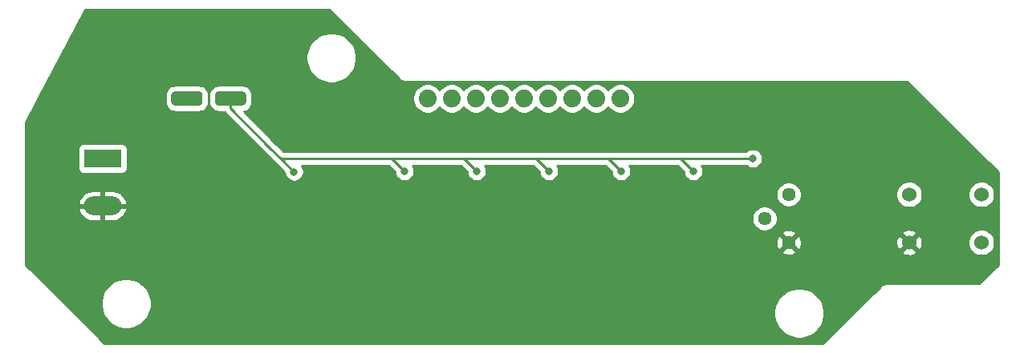
<source format=gbr>
%TF.GenerationSoftware,KiCad,Pcbnew,5.1.10*%
%TF.CreationDate,2021-08-10T02:55:14-04:00*%
%TF.ProjectId,KSG Display Board,4b534720-4469-4737-906c-617920426f61,rev?*%
%TF.SameCoordinates,Original*%
%TF.FileFunction,Copper,L2,Bot*%
%TF.FilePolarity,Positive*%
%FSLAX46Y46*%
G04 Gerber Fmt 4.6, Leading zero omitted, Abs format (unit mm)*
G04 Created by KiCad (PCBNEW 5.1.10) date 2021-08-10 02:55:14*
%MOMM*%
%LPD*%
G01*
G04 APERTURE LIST*
%TA.AperFunction,ComponentPad*%
%ADD10O,3.960000X1.980000*%
%TD*%
%TA.AperFunction,ComponentPad*%
%ADD11R,3.960000X1.980000*%
%TD*%
%TA.AperFunction,ComponentPad*%
%ADD12C,1.524000*%
%TD*%
%TA.AperFunction,ComponentPad*%
%ADD13C,1.440000*%
%TD*%
%TA.AperFunction,ComponentPad*%
%ADD14C,1.879600*%
%TD*%
%TA.AperFunction,ViaPad*%
%ADD15C,0.800000*%
%TD*%
%TA.AperFunction,Conductor*%
%ADD16C,0.250000*%
%TD*%
%TA.AperFunction,Conductor*%
%ADD17C,0.254000*%
%TD*%
%TA.AperFunction,Conductor*%
%ADD18C,0.100000*%
%TD*%
G04 APERTURE END LIST*
%TO.P,S1,3*%
%TO.N,5V*%
%TA.AperFunction,ComponentPad*%
G36*
G01*
X107061000Y-113919000D02*
X107061000Y-114681000D01*
G75*
G02*
X106680000Y-115062000I-381000J0D01*
G01*
X104140000Y-115062000D01*
G75*
G02*
X103759000Y-114681000I0J381000D01*
G01*
X103759000Y-113919000D01*
G75*
G02*
X104140000Y-113538000I381000J0D01*
G01*
X106680000Y-113538000D01*
G75*
G02*
X107061000Y-113919000I0J-381000D01*
G01*
G37*
%TD.AperFunction*%
%TO.P,S1,1*%
%TA.AperFunction,ComponentPad*%
G36*
G01*
X111661000Y-113919000D02*
X111661000Y-114681000D01*
G75*
G02*
X111280000Y-115062000I-381000J0D01*
G01*
X108740000Y-115062000D01*
G75*
G02*
X108359000Y-114681000I0J381000D01*
G01*
X108359000Y-113919000D01*
G75*
G02*
X108740000Y-113538000I381000J0D01*
G01*
X111280000Y-113538000D01*
G75*
G02*
X111661000Y-113919000I0J-381000D01*
G01*
G37*
%TD.AperFunction*%
%TD*%
D10*
%TO.P,J2,2*%
%TO.N,GND*%
X96520000Y-125650000D03*
D11*
%TO.P,J2,1*%
%TO.N,5V*%
X96520000Y-120650000D03*
%TD*%
D12*
%TO.P,SW1,4*%
%TO.N,Net-(SW1-Pad4)*%
X189230000Y-129540000D03*
%TO.P,SW1,3*%
%TO.N,GND*%
X181610000Y-129540000D03*
%TO.P,SW1,2*%
%TO.N,Net-(SW1-Pad2)*%
X189230000Y-124460000D03*
%TO.P,SW1,1*%
%TO.N,Net-(R3-Pad2)*%
X181610000Y-124460000D03*
%TD*%
D13*
%TO.P,VR1,1*%
%TO.N,5V*%
X168910000Y-124460000D03*
%TO.P,VR1,2*%
%TO.N,Net-(J1-Pad8)*%
X166370000Y-127000000D03*
%TO.P,VR1,3*%
%TO.N,GND*%
X168910000Y-129540000D03*
%TD*%
D14*
%TO.P,J1,9*%
%TO.N,Net-(J1-Pad9)*%
X151130000Y-114300000D03*
%TO.P,J1,8*%
%TO.N,Net-(J1-Pad8)*%
X148590000Y-114300000D03*
%TO.P,J1,7*%
%TO.N,Net-(J1-Pad7)*%
X146050000Y-114300000D03*
%TO.P,J1,6*%
%TO.N,Net-(J1-Pad6)*%
X143510000Y-114300000D03*
%TO.P,J1,5*%
%TO.N,Net-(J1-Pad5)*%
X140970000Y-114300000D03*
%TO.P,J1,4*%
%TO.N,Net-(J1-Pad4)*%
X138430000Y-114300000D03*
%TO.P,J1,3*%
%TO.N,Net-(J1-Pad3)*%
X135890000Y-114300000D03*
%TO.P,J1,2*%
%TO.N,Net-(J1-Pad2)*%
X133350000Y-114300000D03*
%TO.P,J1,1*%
%TO.N,Net-(J1-Pad1)*%
X130810000Y-114300000D03*
%TD*%
D15*
%TO.N,5V*%
X158830000Y-122000000D03*
X151210000Y-122000000D03*
X143590000Y-122000000D03*
X135970000Y-122000000D03*
X128350000Y-122000000D03*
X165100000Y-120650000D03*
X116707500Y-122052500D03*
%TO.N,GND*%
X121790460Y-138559540D03*
X163700460Y-138559540D03*
X114432500Y-126867500D03*
X106812500Y-126867500D03*
%TD*%
D16*
%TO.N,5V*%
X158830000Y-122000000D02*
X157480000Y-120650000D01*
X127000000Y-120650000D02*
X128350000Y-122000000D01*
X135970000Y-122000000D02*
X134620000Y-120650000D01*
X134620000Y-120650000D02*
X127000000Y-120650000D01*
X157480000Y-120650000D02*
X134620000Y-120650000D01*
X143590000Y-122000000D02*
X142240000Y-120650000D01*
X151210000Y-122000000D02*
X149860000Y-120650000D01*
X157480000Y-120650000D02*
X165100000Y-120650000D01*
X116707500Y-122052500D02*
X115570000Y-120915000D01*
X110010000Y-114300000D02*
X110010000Y-115355000D01*
X127000000Y-120650000D02*
X115305000Y-120650000D01*
X114167500Y-119512500D02*
X115570000Y-120915000D01*
X115305000Y-120650000D02*
X114167500Y-119512500D01*
X110010000Y-115355000D02*
X114167500Y-119512500D01*
%TD*%
D17*
%TO.N,GND*%
X127761840Y-112220576D02*
X127783289Y-112246711D01*
X127887593Y-112332312D01*
X128006594Y-112395919D01*
X128096547Y-112423206D01*
X128128203Y-112432809D01*
X128180197Y-112484803D01*
X128199443Y-112500597D01*
X128221399Y-112512333D01*
X128245224Y-112519560D01*
X128270000Y-112522000D01*
X181403264Y-112522000D01*
X191008000Y-122126736D01*
X191008000Y-131873264D01*
X189023264Y-133858000D01*
X179070000Y-133858000D01*
X179045224Y-133860440D01*
X179021399Y-133867667D01*
X178999443Y-133879403D01*
X178980197Y-133895197D01*
X178928203Y-133947191D01*
X178896547Y-133956794D01*
X178806594Y-133984081D01*
X178687593Y-134047688D01*
X178651237Y-134077525D01*
X178609423Y-134111840D01*
X178609417Y-134111846D01*
X178583289Y-134133289D01*
X178561846Y-134159417D01*
X172513264Y-140208000D01*
X96726736Y-140208000D01*
X92256050Y-135737314D01*
X96332905Y-135737314D01*
X96332905Y-136262686D01*
X96435400Y-136777963D01*
X96636451Y-137263343D01*
X96928332Y-137700174D01*
X97299826Y-138071668D01*
X97736657Y-138363549D01*
X98222037Y-138564600D01*
X98737314Y-138667095D01*
X99262686Y-138667095D01*
X99777963Y-138564600D01*
X100263343Y-138363549D01*
X100700174Y-138071668D01*
X101071668Y-137700174D01*
X101363549Y-137263343D01*
X101564600Y-136777963D01*
X101572685Y-136737314D01*
X167332905Y-136737314D01*
X167332905Y-137262686D01*
X167435400Y-137777963D01*
X167636451Y-138263343D01*
X167928332Y-138700174D01*
X168299826Y-139071668D01*
X168736657Y-139363549D01*
X169222037Y-139564600D01*
X169737314Y-139667095D01*
X170262686Y-139667095D01*
X170777963Y-139564600D01*
X171263343Y-139363549D01*
X171700174Y-139071668D01*
X172071668Y-138700174D01*
X172363549Y-138263343D01*
X172564600Y-137777963D01*
X172667095Y-137262686D01*
X172667095Y-136737314D01*
X172564600Y-136222037D01*
X172363549Y-135736657D01*
X172071668Y-135299826D01*
X171700174Y-134928332D01*
X171263343Y-134636451D01*
X170777963Y-134435400D01*
X170262686Y-134332905D01*
X169737314Y-134332905D01*
X169222037Y-134435400D01*
X168736657Y-134636451D01*
X168299826Y-134928332D01*
X167928332Y-135299826D01*
X167636451Y-135736657D01*
X167435400Y-136222037D01*
X167332905Y-136737314D01*
X101572685Y-136737314D01*
X101667095Y-136262686D01*
X101667095Y-135737314D01*
X101564600Y-135222037D01*
X101363549Y-134736657D01*
X101071668Y-134299826D01*
X100700174Y-133928332D01*
X100263343Y-133636451D01*
X99777963Y-133435400D01*
X99262686Y-133332905D01*
X98737314Y-133332905D01*
X98222037Y-133435400D01*
X97736657Y-133636451D01*
X97299826Y-133928332D01*
X96928332Y-134299826D01*
X96636451Y-134736657D01*
X96435400Y-135222037D01*
X96332905Y-135737314D01*
X92256050Y-135737314D01*
X88392000Y-131873264D01*
X88392000Y-130475560D01*
X168154045Y-130475560D01*
X168215932Y-130711368D01*
X168457790Y-130824266D01*
X168717027Y-130887811D01*
X168983680Y-130899561D01*
X169247501Y-130859063D01*
X169498353Y-130767875D01*
X169604068Y-130711368D01*
X169658080Y-130505565D01*
X180824040Y-130505565D01*
X180891020Y-130745656D01*
X181140048Y-130862756D01*
X181407135Y-130929023D01*
X181682017Y-130941910D01*
X181954133Y-130900922D01*
X182213023Y-130807636D01*
X182328980Y-130745656D01*
X182395960Y-130505565D01*
X181610000Y-129719605D01*
X180824040Y-130505565D01*
X169658080Y-130505565D01*
X169665955Y-130475560D01*
X168910000Y-129719605D01*
X168154045Y-130475560D01*
X88392000Y-130475560D01*
X88392000Y-129613680D01*
X167550439Y-129613680D01*
X167590937Y-129877501D01*
X167682125Y-130128353D01*
X167738632Y-130234068D01*
X167974440Y-130295955D01*
X168730395Y-129540000D01*
X169089605Y-129540000D01*
X169845560Y-130295955D01*
X170081368Y-130234068D01*
X170194266Y-129992210D01*
X170257811Y-129732973D01*
X170263140Y-129612017D01*
X180208090Y-129612017D01*
X180249078Y-129884133D01*
X180342364Y-130143023D01*
X180404344Y-130258980D01*
X180644435Y-130325960D01*
X181430395Y-129540000D01*
X181789605Y-129540000D01*
X182575565Y-130325960D01*
X182815656Y-130258980D01*
X182932756Y-130009952D01*
X182999023Y-129742865D01*
X183011910Y-129467983D01*
X183002033Y-129402408D01*
X187833000Y-129402408D01*
X187833000Y-129677592D01*
X187886686Y-129947490D01*
X187991995Y-130201727D01*
X188144880Y-130430535D01*
X188339465Y-130625120D01*
X188568273Y-130778005D01*
X188822510Y-130883314D01*
X189092408Y-130937000D01*
X189367592Y-130937000D01*
X189637490Y-130883314D01*
X189891727Y-130778005D01*
X190120535Y-130625120D01*
X190315120Y-130430535D01*
X190468005Y-130201727D01*
X190573314Y-129947490D01*
X190627000Y-129677592D01*
X190627000Y-129402408D01*
X190573314Y-129132510D01*
X190468005Y-128878273D01*
X190315120Y-128649465D01*
X190120535Y-128454880D01*
X189891727Y-128301995D01*
X189637490Y-128196686D01*
X189367592Y-128143000D01*
X189092408Y-128143000D01*
X188822510Y-128196686D01*
X188568273Y-128301995D01*
X188339465Y-128454880D01*
X188144880Y-128649465D01*
X187991995Y-128878273D01*
X187886686Y-129132510D01*
X187833000Y-129402408D01*
X183002033Y-129402408D01*
X182970922Y-129195867D01*
X182877636Y-128936977D01*
X182815656Y-128821020D01*
X182575565Y-128754040D01*
X181789605Y-129540000D01*
X181430395Y-129540000D01*
X180644435Y-128754040D01*
X180404344Y-128821020D01*
X180287244Y-129070048D01*
X180220977Y-129337135D01*
X180208090Y-129612017D01*
X170263140Y-129612017D01*
X170269561Y-129466320D01*
X170229063Y-129202499D01*
X170137875Y-128951647D01*
X170081368Y-128845932D01*
X169845560Y-128784045D01*
X169089605Y-129540000D01*
X168730395Y-129540000D01*
X167974440Y-128784045D01*
X167738632Y-128845932D01*
X167625734Y-129087790D01*
X167562189Y-129347027D01*
X167550439Y-129613680D01*
X88392000Y-129613680D01*
X88392000Y-128604440D01*
X168154045Y-128604440D01*
X168910000Y-129360395D01*
X169665955Y-128604440D01*
X169658081Y-128574435D01*
X180824040Y-128574435D01*
X181610000Y-129360395D01*
X182395960Y-128574435D01*
X182328980Y-128334344D01*
X182079952Y-128217244D01*
X181812865Y-128150977D01*
X181537983Y-128138090D01*
X181265867Y-128179078D01*
X181006977Y-128272364D01*
X180891020Y-128334344D01*
X180824040Y-128574435D01*
X169658081Y-128574435D01*
X169604068Y-128368632D01*
X169362210Y-128255734D01*
X169102973Y-128192189D01*
X168836320Y-128180439D01*
X168572499Y-128220937D01*
X168321647Y-128312125D01*
X168215932Y-128368632D01*
X168154045Y-128604440D01*
X88392000Y-128604440D01*
X88392000Y-126028865D01*
X93949782Y-126028865D01*
X93980095Y-126154528D01*
X94108304Y-126447205D01*
X94291148Y-126709246D01*
X94521601Y-126930581D01*
X94790806Y-127102704D01*
X95088418Y-127219000D01*
X95403000Y-127275000D01*
X96393000Y-127275000D01*
X96393000Y-125777000D01*
X96647000Y-125777000D01*
X96647000Y-127275000D01*
X97637000Y-127275000D01*
X97951582Y-127219000D01*
X98249194Y-127102704D01*
X98518399Y-126930581D01*
X98585074Y-126866544D01*
X165015000Y-126866544D01*
X165015000Y-127133456D01*
X165067072Y-127395239D01*
X165169215Y-127641833D01*
X165317503Y-127863762D01*
X165506238Y-128052497D01*
X165728167Y-128200785D01*
X165974761Y-128302928D01*
X166236544Y-128355000D01*
X166503456Y-128355000D01*
X166765239Y-128302928D01*
X167011833Y-128200785D01*
X167233762Y-128052497D01*
X167422497Y-127863762D01*
X167570785Y-127641833D01*
X167672928Y-127395239D01*
X167725000Y-127133456D01*
X167725000Y-126866544D01*
X167672928Y-126604761D01*
X167570785Y-126358167D01*
X167422497Y-126136238D01*
X167233762Y-125947503D01*
X167011833Y-125799215D01*
X166765239Y-125697072D01*
X166503456Y-125645000D01*
X166236544Y-125645000D01*
X165974761Y-125697072D01*
X165728167Y-125799215D01*
X165506238Y-125947503D01*
X165317503Y-126136238D01*
X165169215Y-126358167D01*
X165067072Y-126604761D01*
X165015000Y-126866544D01*
X98585074Y-126866544D01*
X98748852Y-126709246D01*
X98931696Y-126447205D01*
X99059905Y-126154528D01*
X99090218Y-126028865D01*
X98970740Y-125777000D01*
X96647000Y-125777000D01*
X96393000Y-125777000D01*
X94069260Y-125777000D01*
X93949782Y-126028865D01*
X88392000Y-126028865D01*
X88392000Y-125271135D01*
X93949782Y-125271135D01*
X94069260Y-125523000D01*
X96393000Y-125523000D01*
X96393000Y-124025000D01*
X96647000Y-124025000D01*
X96647000Y-125523000D01*
X98970740Y-125523000D01*
X99090218Y-125271135D01*
X99059905Y-125145472D01*
X98931696Y-124852795D01*
X98748852Y-124590754D01*
X98518399Y-124369419D01*
X98451342Y-124326544D01*
X167555000Y-124326544D01*
X167555000Y-124593456D01*
X167607072Y-124855239D01*
X167709215Y-125101833D01*
X167857503Y-125323762D01*
X168046238Y-125512497D01*
X168268167Y-125660785D01*
X168514761Y-125762928D01*
X168776544Y-125815000D01*
X169043456Y-125815000D01*
X169305239Y-125762928D01*
X169551833Y-125660785D01*
X169773762Y-125512497D01*
X169962497Y-125323762D01*
X170110785Y-125101833D01*
X170212928Y-124855239D01*
X170265000Y-124593456D01*
X170265000Y-124326544D01*
X170264178Y-124322408D01*
X180213000Y-124322408D01*
X180213000Y-124597592D01*
X180266686Y-124867490D01*
X180371995Y-125121727D01*
X180524880Y-125350535D01*
X180719465Y-125545120D01*
X180948273Y-125698005D01*
X181202510Y-125803314D01*
X181472408Y-125857000D01*
X181747592Y-125857000D01*
X182017490Y-125803314D01*
X182271727Y-125698005D01*
X182500535Y-125545120D01*
X182695120Y-125350535D01*
X182848005Y-125121727D01*
X182953314Y-124867490D01*
X183007000Y-124597592D01*
X183007000Y-124322408D01*
X187833000Y-124322408D01*
X187833000Y-124597592D01*
X187886686Y-124867490D01*
X187991995Y-125121727D01*
X188144880Y-125350535D01*
X188339465Y-125545120D01*
X188568273Y-125698005D01*
X188822510Y-125803314D01*
X189092408Y-125857000D01*
X189367592Y-125857000D01*
X189637490Y-125803314D01*
X189891727Y-125698005D01*
X190120535Y-125545120D01*
X190315120Y-125350535D01*
X190468005Y-125121727D01*
X190573314Y-124867490D01*
X190627000Y-124597592D01*
X190627000Y-124322408D01*
X190573314Y-124052510D01*
X190468005Y-123798273D01*
X190315120Y-123569465D01*
X190120535Y-123374880D01*
X189891727Y-123221995D01*
X189637490Y-123116686D01*
X189367592Y-123063000D01*
X189092408Y-123063000D01*
X188822510Y-123116686D01*
X188568273Y-123221995D01*
X188339465Y-123374880D01*
X188144880Y-123569465D01*
X187991995Y-123798273D01*
X187886686Y-124052510D01*
X187833000Y-124322408D01*
X183007000Y-124322408D01*
X182953314Y-124052510D01*
X182848005Y-123798273D01*
X182695120Y-123569465D01*
X182500535Y-123374880D01*
X182271727Y-123221995D01*
X182017490Y-123116686D01*
X181747592Y-123063000D01*
X181472408Y-123063000D01*
X181202510Y-123116686D01*
X180948273Y-123221995D01*
X180719465Y-123374880D01*
X180524880Y-123569465D01*
X180371995Y-123798273D01*
X180266686Y-124052510D01*
X180213000Y-124322408D01*
X170264178Y-124322408D01*
X170212928Y-124064761D01*
X170110785Y-123818167D01*
X169962497Y-123596238D01*
X169773762Y-123407503D01*
X169551833Y-123259215D01*
X169305239Y-123157072D01*
X169043456Y-123105000D01*
X168776544Y-123105000D01*
X168514761Y-123157072D01*
X168268167Y-123259215D01*
X168046238Y-123407503D01*
X167857503Y-123596238D01*
X167709215Y-123818167D01*
X167607072Y-124064761D01*
X167555000Y-124326544D01*
X98451342Y-124326544D01*
X98249194Y-124197296D01*
X97951582Y-124081000D01*
X97637000Y-124025000D01*
X96647000Y-124025000D01*
X96393000Y-124025000D01*
X95403000Y-124025000D01*
X95088418Y-124081000D01*
X94790806Y-124197296D01*
X94521601Y-124369419D01*
X94291148Y-124590754D01*
X94108304Y-124852795D01*
X93980095Y-125145472D01*
X93949782Y-125271135D01*
X88392000Y-125271135D01*
X88392000Y-119660000D01*
X93901928Y-119660000D01*
X93901928Y-121640000D01*
X93914188Y-121764482D01*
X93950498Y-121884180D01*
X94009463Y-121994494D01*
X94088815Y-122091185D01*
X94185506Y-122170537D01*
X94295820Y-122229502D01*
X94415518Y-122265812D01*
X94540000Y-122278072D01*
X98500000Y-122278072D01*
X98624482Y-122265812D01*
X98744180Y-122229502D01*
X98854494Y-122170537D01*
X98951185Y-122091185D01*
X99030537Y-121994494D01*
X99089502Y-121884180D01*
X99125812Y-121764482D01*
X99138072Y-121640000D01*
X99138072Y-119660000D01*
X99125812Y-119535518D01*
X99089502Y-119415820D01*
X99030537Y-119305506D01*
X98951185Y-119208815D01*
X98854494Y-119129463D01*
X98744180Y-119070498D01*
X98624482Y-119034188D01*
X98500000Y-119021928D01*
X94540000Y-119021928D01*
X94415518Y-119034188D01*
X94295820Y-119070498D01*
X94185506Y-119129463D01*
X94088815Y-119208815D01*
X94009463Y-119305506D01*
X93950498Y-119415820D01*
X93914188Y-119535518D01*
X93901928Y-119660000D01*
X88392000Y-119660000D01*
X88392000Y-116871382D01*
X89945885Y-113919000D01*
X103120928Y-113919000D01*
X103120928Y-114681000D01*
X103140509Y-114879811D01*
X103198500Y-115070982D01*
X103292673Y-115247166D01*
X103419407Y-115401593D01*
X103573834Y-115528327D01*
X103750018Y-115622500D01*
X103941189Y-115680491D01*
X104140000Y-115700072D01*
X106680000Y-115700072D01*
X106878811Y-115680491D01*
X107069982Y-115622500D01*
X107246166Y-115528327D01*
X107400593Y-115401593D01*
X107527327Y-115247166D01*
X107621500Y-115070982D01*
X107679491Y-114879811D01*
X107699072Y-114681000D01*
X107699072Y-113919000D01*
X107720928Y-113919000D01*
X107720928Y-114681000D01*
X107740509Y-114879811D01*
X107798500Y-115070982D01*
X107892673Y-115247166D01*
X108019407Y-115401593D01*
X108173834Y-115528327D01*
X108350018Y-115622500D01*
X108541189Y-115680491D01*
X108740000Y-115700072D01*
X109332690Y-115700072D01*
X109375026Y-115779276D01*
X109446201Y-115866002D01*
X109470000Y-115895001D01*
X109498998Y-115918799D01*
X113656497Y-120076299D01*
X113656502Y-120076303D01*
X114230199Y-120650000D01*
X114741200Y-121161002D01*
X114764999Y-121190001D01*
X114793997Y-121213799D01*
X115058997Y-121478799D01*
X115059002Y-121478803D01*
X115672500Y-122092302D01*
X115672500Y-122154439D01*
X115712274Y-122354398D01*
X115790295Y-122542756D01*
X115903563Y-122712274D01*
X116047726Y-122856437D01*
X116217244Y-122969705D01*
X116405602Y-123047726D01*
X116605561Y-123087500D01*
X116809439Y-123087500D01*
X117009398Y-123047726D01*
X117197756Y-122969705D01*
X117367274Y-122856437D01*
X117511437Y-122712274D01*
X117624705Y-122542756D01*
X117702726Y-122354398D01*
X117742500Y-122154439D01*
X117742500Y-121950561D01*
X117702726Y-121750602D01*
X117624705Y-121562244D01*
X117522979Y-121410000D01*
X126685199Y-121410000D01*
X127315000Y-122039802D01*
X127315000Y-122101939D01*
X127354774Y-122301898D01*
X127432795Y-122490256D01*
X127546063Y-122659774D01*
X127690226Y-122803937D01*
X127859744Y-122917205D01*
X128048102Y-122995226D01*
X128248061Y-123035000D01*
X128451939Y-123035000D01*
X128651898Y-122995226D01*
X128840256Y-122917205D01*
X129009774Y-122803937D01*
X129153937Y-122659774D01*
X129267205Y-122490256D01*
X129345226Y-122301898D01*
X129385000Y-122101939D01*
X129385000Y-121898061D01*
X129345226Y-121698102D01*
X129267205Y-121509744D01*
X129200558Y-121410000D01*
X134305199Y-121410000D01*
X134935000Y-122039802D01*
X134935000Y-122101939D01*
X134974774Y-122301898D01*
X135052795Y-122490256D01*
X135166063Y-122659774D01*
X135310226Y-122803937D01*
X135479744Y-122917205D01*
X135668102Y-122995226D01*
X135868061Y-123035000D01*
X136071939Y-123035000D01*
X136271898Y-122995226D01*
X136460256Y-122917205D01*
X136629774Y-122803937D01*
X136773937Y-122659774D01*
X136887205Y-122490256D01*
X136965226Y-122301898D01*
X137005000Y-122101939D01*
X137005000Y-121898061D01*
X136965226Y-121698102D01*
X136887205Y-121509744D01*
X136820558Y-121410000D01*
X141925199Y-121410000D01*
X142555000Y-122039802D01*
X142555000Y-122101939D01*
X142594774Y-122301898D01*
X142672795Y-122490256D01*
X142786063Y-122659774D01*
X142930226Y-122803937D01*
X143099744Y-122917205D01*
X143288102Y-122995226D01*
X143488061Y-123035000D01*
X143691939Y-123035000D01*
X143891898Y-122995226D01*
X144080256Y-122917205D01*
X144249774Y-122803937D01*
X144393937Y-122659774D01*
X144507205Y-122490256D01*
X144585226Y-122301898D01*
X144625000Y-122101939D01*
X144625000Y-121898061D01*
X144585226Y-121698102D01*
X144507205Y-121509744D01*
X144440558Y-121410000D01*
X149545199Y-121410000D01*
X150175000Y-122039802D01*
X150175000Y-122101939D01*
X150214774Y-122301898D01*
X150292795Y-122490256D01*
X150406063Y-122659774D01*
X150550226Y-122803937D01*
X150719744Y-122917205D01*
X150908102Y-122995226D01*
X151108061Y-123035000D01*
X151311939Y-123035000D01*
X151511898Y-122995226D01*
X151700256Y-122917205D01*
X151869774Y-122803937D01*
X152013937Y-122659774D01*
X152127205Y-122490256D01*
X152205226Y-122301898D01*
X152245000Y-122101939D01*
X152245000Y-121898061D01*
X152205226Y-121698102D01*
X152127205Y-121509744D01*
X152060558Y-121410000D01*
X157165199Y-121410000D01*
X157795000Y-122039802D01*
X157795000Y-122101939D01*
X157834774Y-122301898D01*
X157912795Y-122490256D01*
X158026063Y-122659774D01*
X158170226Y-122803937D01*
X158339744Y-122917205D01*
X158528102Y-122995226D01*
X158728061Y-123035000D01*
X158931939Y-123035000D01*
X159131898Y-122995226D01*
X159320256Y-122917205D01*
X159489774Y-122803937D01*
X159633937Y-122659774D01*
X159747205Y-122490256D01*
X159825226Y-122301898D01*
X159865000Y-122101939D01*
X159865000Y-121898061D01*
X159825226Y-121698102D01*
X159747205Y-121509744D01*
X159680558Y-121410000D01*
X164396289Y-121410000D01*
X164440226Y-121453937D01*
X164609744Y-121567205D01*
X164798102Y-121645226D01*
X164998061Y-121685000D01*
X165201939Y-121685000D01*
X165401898Y-121645226D01*
X165590256Y-121567205D01*
X165759774Y-121453937D01*
X165903937Y-121309774D01*
X166017205Y-121140256D01*
X166095226Y-120951898D01*
X166135000Y-120751939D01*
X166135000Y-120548061D01*
X166095226Y-120348102D01*
X166017205Y-120159744D01*
X165903937Y-119990226D01*
X165759774Y-119846063D01*
X165590256Y-119732795D01*
X165401898Y-119654774D01*
X165201939Y-119615000D01*
X164998061Y-119615000D01*
X164798102Y-119654774D01*
X164609744Y-119732795D01*
X164440226Y-119846063D01*
X164396289Y-119890000D01*
X157517322Y-119890000D01*
X157480000Y-119886324D01*
X157442678Y-119890000D01*
X149897322Y-119890000D01*
X149860000Y-119886324D01*
X149822678Y-119890000D01*
X142277322Y-119890000D01*
X142240000Y-119886324D01*
X142202678Y-119890000D01*
X134657322Y-119890000D01*
X134620000Y-119886324D01*
X134582678Y-119890000D01*
X127037322Y-119890000D01*
X127000000Y-119886324D01*
X126962678Y-119890000D01*
X115619802Y-119890000D01*
X115391288Y-119661486D01*
X114731303Y-119001502D01*
X114731299Y-119001497D01*
X111416436Y-115686634D01*
X111478811Y-115680491D01*
X111669982Y-115622500D01*
X111846166Y-115528327D01*
X112000593Y-115401593D01*
X112127327Y-115247166D01*
X112221500Y-115070982D01*
X112279491Y-114879811D01*
X112299072Y-114681000D01*
X112299072Y-114144896D01*
X129235200Y-114144896D01*
X129235200Y-114455104D01*
X129295718Y-114759352D01*
X129414430Y-115045948D01*
X129586773Y-115303877D01*
X129806123Y-115523227D01*
X130064052Y-115695570D01*
X130350648Y-115814282D01*
X130654896Y-115874800D01*
X130965104Y-115874800D01*
X131269352Y-115814282D01*
X131555948Y-115695570D01*
X131813877Y-115523227D01*
X132033227Y-115303877D01*
X132080000Y-115233876D01*
X132126773Y-115303877D01*
X132346123Y-115523227D01*
X132604052Y-115695570D01*
X132890648Y-115814282D01*
X133194896Y-115874800D01*
X133505104Y-115874800D01*
X133809352Y-115814282D01*
X134095948Y-115695570D01*
X134353877Y-115523227D01*
X134573227Y-115303877D01*
X134620000Y-115233876D01*
X134666773Y-115303877D01*
X134886123Y-115523227D01*
X135144052Y-115695570D01*
X135430648Y-115814282D01*
X135734896Y-115874800D01*
X136045104Y-115874800D01*
X136349352Y-115814282D01*
X136635948Y-115695570D01*
X136893877Y-115523227D01*
X137113227Y-115303877D01*
X137160000Y-115233876D01*
X137206773Y-115303877D01*
X137426123Y-115523227D01*
X137684052Y-115695570D01*
X137970648Y-115814282D01*
X138274896Y-115874800D01*
X138585104Y-115874800D01*
X138889352Y-115814282D01*
X139175948Y-115695570D01*
X139433877Y-115523227D01*
X139653227Y-115303877D01*
X139700000Y-115233876D01*
X139746773Y-115303877D01*
X139966123Y-115523227D01*
X140224052Y-115695570D01*
X140510648Y-115814282D01*
X140814896Y-115874800D01*
X141125104Y-115874800D01*
X141429352Y-115814282D01*
X141715948Y-115695570D01*
X141973877Y-115523227D01*
X142193227Y-115303877D01*
X142240000Y-115233876D01*
X142286773Y-115303877D01*
X142506123Y-115523227D01*
X142764052Y-115695570D01*
X143050648Y-115814282D01*
X143354896Y-115874800D01*
X143665104Y-115874800D01*
X143969352Y-115814282D01*
X144255948Y-115695570D01*
X144513877Y-115523227D01*
X144733227Y-115303877D01*
X144780000Y-115233876D01*
X144826773Y-115303877D01*
X145046123Y-115523227D01*
X145304052Y-115695570D01*
X145590648Y-115814282D01*
X145894896Y-115874800D01*
X146205104Y-115874800D01*
X146509352Y-115814282D01*
X146795948Y-115695570D01*
X147053877Y-115523227D01*
X147273227Y-115303877D01*
X147320000Y-115233876D01*
X147366773Y-115303877D01*
X147586123Y-115523227D01*
X147844052Y-115695570D01*
X148130648Y-115814282D01*
X148434896Y-115874800D01*
X148745104Y-115874800D01*
X149049352Y-115814282D01*
X149335948Y-115695570D01*
X149593877Y-115523227D01*
X149813227Y-115303877D01*
X149860000Y-115233876D01*
X149906773Y-115303877D01*
X150126123Y-115523227D01*
X150384052Y-115695570D01*
X150670648Y-115814282D01*
X150974896Y-115874800D01*
X151285104Y-115874800D01*
X151589352Y-115814282D01*
X151875948Y-115695570D01*
X152133877Y-115523227D01*
X152353227Y-115303877D01*
X152525570Y-115045948D01*
X152644282Y-114759352D01*
X152704800Y-114455104D01*
X152704800Y-114144896D01*
X152644282Y-113840648D01*
X152525570Y-113554052D01*
X152353227Y-113296123D01*
X152133877Y-113076773D01*
X151875948Y-112904430D01*
X151589352Y-112785718D01*
X151285104Y-112725200D01*
X150974896Y-112725200D01*
X150670648Y-112785718D01*
X150384052Y-112904430D01*
X150126123Y-113076773D01*
X149906773Y-113296123D01*
X149860000Y-113366124D01*
X149813227Y-113296123D01*
X149593877Y-113076773D01*
X149335948Y-112904430D01*
X149049352Y-112785718D01*
X148745104Y-112725200D01*
X148434896Y-112725200D01*
X148130648Y-112785718D01*
X147844052Y-112904430D01*
X147586123Y-113076773D01*
X147366773Y-113296123D01*
X147320000Y-113366124D01*
X147273227Y-113296123D01*
X147053877Y-113076773D01*
X146795948Y-112904430D01*
X146509352Y-112785718D01*
X146205104Y-112725200D01*
X145894896Y-112725200D01*
X145590648Y-112785718D01*
X145304052Y-112904430D01*
X145046123Y-113076773D01*
X144826773Y-113296123D01*
X144780000Y-113366124D01*
X144733227Y-113296123D01*
X144513877Y-113076773D01*
X144255948Y-112904430D01*
X143969352Y-112785718D01*
X143665104Y-112725200D01*
X143354896Y-112725200D01*
X143050648Y-112785718D01*
X142764052Y-112904430D01*
X142506123Y-113076773D01*
X142286773Y-113296123D01*
X142240000Y-113366124D01*
X142193227Y-113296123D01*
X141973877Y-113076773D01*
X141715948Y-112904430D01*
X141429352Y-112785718D01*
X141125104Y-112725200D01*
X140814896Y-112725200D01*
X140510648Y-112785718D01*
X140224052Y-112904430D01*
X139966123Y-113076773D01*
X139746773Y-113296123D01*
X139700000Y-113366124D01*
X139653227Y-113296123D01*
X139433877Y-113076773D01*
X139175948Y-112904430D01*
X138889352Y-112785718D01*
X138585104Y-112725200D01*
X138274896Y-112725200D01*
X137970648Y-112785718D01*
X137684052Y-112904430D01*
X137426123Y-113076773D01*
X137206773Y-113296123D01*
X137160000Y-113366124D01*
X137113227Y-113296123D01*
X136893877Y-113076773D01*
X136635948Y-112904430D01*
X136349352Y-112785718D01*
X136045104Y-112725200D01*
X135734896Y-112725200D01*
X135430648Y-112785718D01*
X135144052Y-112904430D01*
X134886123Y-113076773D01*
X134666773Y-113296123D01*
X134620000Y-113366124D01*
X134573227Y-113296123D01*
X134353877Y-113076773D01*
X134095948Y-112904430D01*
X133809352Y-112785718D01*
X133505104Y-112725200D01*
X133194896Y-112725200D01*
X132890648Y-112785718D01*
X132604052Y-112904430D01*
X132346123Y-113076773D01*
X132126773Y-113296123D01*
X132080000Y-113366124D01*
X132033227Y-113296123D01*
X131813877Y-113076773D01*
X131555948Y-112904430D01*
X131269352Y-112785718D01*
X130965104Y-112725200D01*
X130654896Y-112725200D01*
X130350648Y-112785718D01*
X130064052Y-112904430D01*
X129806123Y-113076773D01*
X129586773Y-113296123D01*
X129414430Y-113554052D01*
X129295718Y-113840648D01*
X129235200Y-114144896D01*
X112299072Y-114144896D01*
X112299072Y-113919000D01*
X112279491Y-113720189D01*
X112221500Y-113529018D01*
X112127327Y-113352834D01*
X112000593Y-113198407D01*
X111846166Y-113071673D01*
X111669982Y-112977500D01*
X111478811Y-112919509D01*
X111280000Y-112899928D01*
X108740000Y-112899928D01*
X108541189Y-112919509D01*
X108350018Y-112977500D01*
X108173834Y-113071673D01*
X108019407Y-113198407D01*
X107892673Y-113352834D01*
X107798500Y-113529018D01*
X107740509Y-113720189D01*
X107720928Y-113919000D01*
X107699072Y-113919000D01*
X107679491Y-113720189D01*
X107621500Y-113529018D01*
X107527327Y-113352834D01*
X107400593Y-113198407D01*
X107246166Y-113071673D01*
X107069982Y-112977500D01*
X106878811Y-112919509D01*
X106680000Y-112899928D01*
X104140000Y-112899928D01*
X103941189Y-112919509D01*
X103750018Y-112977500D01*
X103573834Y-113071673D01*
X103419407Y-113198407D01*
X103292673Y-113352834D01*
X103198500Y-113529018D01*
X103140509Y-113720189D01*
X103120928Y-113919000D01*
X89945885Y-113919000D01*
X92146772Y-109737314D01*
X117982905Y-109737314D01*
X117982905Y-110262686D01*
X118085400Y-110777963D01*
X118286451Y-111263343D01*
X118578332Y-111700174D01*
X118949826Y-112071668D01*
X119386657Y-112363549D01*
X119872037Y-112564600D01*
X120387314Y-112667095D01*
X120912686Y-112667095D01*
X121427963Y-112564600D01*
X121913343Y-112363549D01*
X122350174Y-112071668D01*
X122721668Y-111700174D01*
X123013549Y-111263343D01*
X123214600Y-110777963D01*
X123317095Y-110262686D01*
X123317095Y-109737314D01*
X123214600Y-109222037D01*
X123013549Y-108736657D01*
X122721668Y-108299826D01*
X122350174Y-107928332D01*
X121913343Y-107636451D01*
X121427963Y-107435400D01*
X120912686Y-107332905D01*
X120387314Y-107332905D01*
X119872037Y-107435400D01*
X119386657Y-107636451D01*
X118949826Y-107928332D01*
X118578332Y-108299826D01*
X118286451Y-108736657D01*
X118085400Y-109222037D01*
X117982905Y-109737314D01*
X92146772Y-109737314D01*
X94691674Y-104902000D01*
X120443264Y-104902000D01*
X127761840Y-112220576D01*
%TA.AperFunction,Conductor*%
D18*
G36*
X127761840Y-112220576D02*
G01*
X127783289Y-112246711D01*
X127887593Y-112332312D01*
X128006594Y-112395919D01*
X128096547Y-112423206D01*
X128128203Y-112432809D01*
X128180197Y-112484803D01*
X128199443Y-112500597D01*
X128221399Y-112512333D01*
X128245224Y-112519560D01*
X128270000Y-112522000D01*
X181403264Y-112522000D01*
X191008000Y-122126736D01*
X191008000Y-131873264D01*
X189023264Y-133858000D01*
X179070000Y-133858000D01*
X179045224Y-133860440D01*
X179021399Y-133867667D01*
X178999443Y-133879403D01*
X178980197Y-133895197D01*
X178928203Y-133947191D01*
X178896547Y-133956794D01*
X178806594Y-133984081D01*
X178687593Y-134047688D01*
X178651237Y-134077525D01*
X178609423Y-134111840D01*
X178609417Y-134111846D01*
X178583289Y-134133289D01*
X178561846Y-134159417D01*
X172513264Y-140208000D01*
X96726736Y-140208000D01*
X92256050Y-135737314D01*
X96332905Y-135737314D01*
X96332905Y-136262686D01*
X96435400Y-136777963D01*
X96636451Y-137263343D01*
X96928332Y-137700174D01*
X97299826Y-138071668D01*
X97736657Y-138363549D01*
X98222037Y-138564600D01*
X98737314Y-138667095D01*
X99262686Y-138667095D01*
X99777963Y-138564600D01*
X100263343Y-138363549D01*
X100700174Y-138071668D01*
X101071668Y-137700174D01*
X101363549Y-137263343D01*
X101564600Y-136777963D01*
X101572685Y-136737314D01*
X167332905Y-136737314D01*
X167332905Y-137262686D01*
X167435400Y-137777963D01*
X167636451Y-138263343D01*
X167928332Y-138700174D01*
X168299826Y-139071668D01*
X168736657Y-139363549D01*
X169222037Y-139564600D01*
X169737314Y-139667095D01*
X170262686Y-139667095D01*
X170777963Y-139564600D01*
X171263343Y-139363549D01*
X171700174Y-139071668D01*
X172071668Y-138700174D01*
X172363549Y-138263343D01*
X172564600Y-137777963D01*
X172667095Y-137262686D01*
X172667095Y-136737314D01*
X172564600Y-136222037D01*
X172363549Y-135736657D01*
X172071668Y-135299826D01*
X171700174Y-134928332D01*
X171263343Y-134636451D01*
X170777963Y-134435400D01*
X170262686Y-134332905D01*
X169737314Y-134332905D01*
X169222037Y-134435400D01*
X168736657Y-134636451D01*
X168299826Y-134928332D01*
X167928332Y-135299826D01*
X167636451Y-135736657D01*
X167435400Y-136222037D01*
X167332905Y-136737314D01*
X101572685Y-136737314D01*
X101667095Y-136262686D01*
X101667095Y-135737314D01*
X101564600Y-135222037D01*
X101363549Y-134736657D01*
X101071668Y-134299826D01*
X100700174Y-133928332D01*
X100263343Y-133636451D01*
X99777963Y-133435400D01*
X99262686Y-133332905D01*
X98737314Y-133332905D01*
X98222037Y-133435400D01*
X97736657Y-133636451D01*
X97299826Y-133928332D01*
X96928332Y-134299826D01*
X96636451Y-134736657D01*
X96435400Y-135222037D01*
X96332905Y-135737314D01*
X92256050Y-135737314D01*
X88392000Y-131873264D01*
X88392000Y-130475560D01*
X168154045Y-130475560D01*
X168215932Y-130711368D01*
X168457790Y-130824266D01*
X168717027Y-130887811D01*
X168983680Y-130899561D01*
X169247501Y-130859063D01*
X169498353Y-130767875D01*
X169604068Y-130711368D01*
X169658080Y-130505565D01*
X180824040Y-130505565D01*
X180891020Y-130745656D01*
X181140048Y-130862756D01*
X181407135Y-130929023D01*
X181682017Y-130941910D01*
X181954133Y-130900922D01*
X182213023Y-130807636D01*
X182328980Y-130745656D01*
X182395960Y-130505565D01*
X181610000Y-129719605D01*
X180824040Y-130505565D01*
X169658080Y-130505565D01*
X169665955Y-130475560D01*
X168910000Y-129719605D01*
X168154045Y-130475560D01*
X88392000Y-130475560D01*
X88392000Y-129613680D01*
X167550439Y-129613680D01*
X167590937Y-129877501D01*
X167682125Y-130128353D01*
X167738632Y-130234068D01*
X167974440Y-130295955D01*
X168730395Y-129540000D01*
X169089605Y-129540000D01*
X169845560Y-130295955D01*
X170081368Y-130234068D01*
X170194266Y-129992210D01*
X170257811Y-129732973D01*
X170263140Y-129612017D01*
X180208090Y-129612017D01*
X180249078Y-129884133D01*
X180342364Y-130143023D01*
X180404344Y-130258980D01*
X180644435Y-130325960D01*
X181430395Y-129540000D01*
X181789605Y-129540000D01*
X182575565Y-130325960D01*
X182815656Y-130258980D01*
X182932756Y-130009952D01*
X182999023Y-129742865D01*
X183011910Y-129467983D01*
X183002033Y-129402408D01*
X187833000Y-129402408D01*
X187833000Y-129677592D01*
X187886686Y-129947490D01*
X187991995Y-130201727D01*
X188144880Y-130430535D01*
X188339465Y-130625120D01*
X188568273Y-130778005D01*
X188822510Y-130883314D01*
X189092408Y-130937000D01*
X189367592Y-130937000D01*
X189637490Y-130883314D01*
X189891727Y-130778005D01*
X190120535Y-130625120D01*
X190315120Y-130430535D01*
X190468005Y-130201727D01*
X190573314Y-129947490D01*
X190627000Y-129677592D01*
X190627000Y-129402408D01*
X190573314Y-129132510D01*
X190468005Y-128878273D01*
X190315120Y-128649465D01*
X190120535Y-128454880D01*
X189891727Y-128301995D01*
X189637490Y-128196686D01*
X189367592Y-128143000D01*
X189092408Y-128143000D01*
X188822510Y-128196686D01*
X188568273Y-128301995D01*
X188339465Y-128454880D01*
X188144880Y-128649465D01*
X187991995Y-128878273D01*
X187886686Y-129132510D01*
X187833000Y-129402408D01*
X183002033Y-129402408D01*
X182970922Y-129195867D01*
X182877636Y-128936977D01*
X182815656Y-128821020D01*
X182575565Y-128754040D01*
X181789605Y-129540000D01*
X181430395Y-129540000D01*
X180644435Y-128754040D01*
X180404344Y-128821020D01*
X180287244Y-129070048D01*
X180220977Y-129337135D01*
X180208090Y-129612017D01*
X170263140Y-129612017D01*
X170269561Y-129466320D01*
X170229063Y-129202499D01*
X170137875Y-128951647D01*
X170081368Y-128845932D01*
X169845560Y-128784045D01*
X169089605Y-129540000D01*
X168730395Y-129540000D01*
X167974440Y-128784045D01*
X167738632Y-128845932D01*
X167625734Y-129087790D01*
X167562189Y-129347027D01*
X167550439Y-129613680D01*
X88392000Y-129613680D01*
X88392000Y-128604440D01*
X168154045Y-128604440D01*
X168910000Y-129360395D01*
X169665955Y-128604440D01*
X169658081Y-128574435D01*
X180824040Y-128574435D01*
X181610000Y-129360395D01*
X182395960Y-128574435D01*
X182328980Y-128334344D01*
X182079952Y-128217244D01*
X181812865Y-128150977D01*
X181537983Y-128138090D01*
X181265867Y-128179078D01*
X181006977Y-128272364D01*
X180891020Y-128334344D01*
X180824040Y-128574435D01*
X169658081Y-128574435D01*
X169604068Y-128368632D01*
X169362210Y-128255734D01*
X169102973Y-128192189D01*
X168836320Y-128180439D01*
X168572499Y-128220937D01*
X168321647Y-128312125D01*
X168215932Y-128368632D01*
X168154045Y-128604440D01*
X88392000Y-128604440D01*
X88392000Y-126028865D01*
X93949782Y-126028865D01*
X93980095Y-126154528D01*
X94108304Y-126447205D01*
X94291148Y-126709246D01*
X94521601Y-126930581D01*
X94790806Y-127102704D01*
X95088418Y-127219000D01*
X95403000Y-127275000D01*
X96393000Y-127275000D01*
X96393000Y-125777000D01*
X96647000Y-125777000D01*
X96647000Y-127275000D01*
X97637000Y-127275000D01*
X97951582Y-127219000D01*
X98249194Y-127102704D01*
X98518399Y-126930581D01*
X98585074Y-126866544D01*
X165015000Y-126866544D01*
X165015000Y-127133456D01*
X165067072Y-127395239D01*
X165169215Y-127641833D01*
X165317503Y-127863762D01*
X165506238Y-128052497D01*
X165728167Y-128200785D01*
X165974761Y-128302928D01*
X166236544Y-128355000D01*
X166503456Y-128355000D01*
X166765239Y-128302928D01*
X167011833Y-128200785D01*
X167233762Y-128052497D01*
X167422497Y-127863762D01*
X167570785Y-127641833D01*
X167672928Y-127395239D01*
X167725000Y-127133456D01*
X167725000Y-126866544D01*
X167672928Y-126604761D01*
X167570785Y-126358167D01*
X167422497Y-126136238D01*
X167233762Y-125947503D01*
X167011833Y-125799215D01*
X166765239Y-125697072D01*
X166503456Y-125645000D01*
X166236544Y-125645000D01*
X165974761Y-125697072D01*
X165728167Y-125799215D01*
X165506238Y-125947503D01*
X165317503Y-126136238D01*
X165169215Y-126358167D01*
X165067072Y-126604761D01*
X165015000Y-126866544D01*
X98585074Y-126866544D01*
X98748852Y-126709246D01*
X98931696Y-126447205D01*
X99059905Y-126154528D01*
X99090218Y-126028865D01*
X98970740Y-125777000D01*
X96647000Y-125777000D01*
X96393000Y-125777000D01*
X94069260Y-125777000D01*
X93949782Y-126028865D01*
X88392000Y-126028865D01*
X88392000Y-125271135D01*
X93949782Y-125271135D01*
X94069260Y-125523000D01*
X96393000Y-125523000D01*
X96393000Y-124025000D01*
X96647000Y-124025000D01*
X96647000Y-125523000D01*
X98970740Y-125523000D01*
X99090218Y-125271135D01*
X99059905Y-125145472D01*
X98931696Y-124852795D01*
X98748852Y-124590754D01*
X98518399Y-124369419D01*
X98451342Y-124326544D01*
X167555000Y-124326544D01*
X167555000Y-124593456D01*
X167607072Y-124855239D01*
X167709215Y-125101833D01*
X167857503Y-125323762D01*
X168046238Y-125512497D01*
X168268167Y-125660785D01*
X168514761Y-125762928D01*
X168776544Y-125815000D01*
X169043456Y-125815000D01*
X169305239Y-125762928D01*
X169551833Y-125660785D01*
X169773762Y-125512497D01*
X169962497Y-125323762D01*
X170110785Y-125101833D01*
X170212928Y-124855239D01*
X170265000Y-124593456D01*
X170265000Y-124326544D01*
X170264178Y-124322408D01*
X180213000Y-124322408D01*
X180213000Y-124597592D01*
X180266686Y-124867490D01*
X180371995Y-125121727D01*
X180524880Y-125350535D01*
X180719465Y-125545120D01*
X180948273Y-125698005D01*
X181202510Y-125803314D01*
X181472408Y-125857000D01*
X181747592Y-125857000D01*
X182017490Y-125803314D01*
X182271727Y-125698005D01*
X182500535Y-125545120D01*
X182695120Y-125350535D01*
X182848005Y-125121727D01*
X182953314Y-124867490D01*
X183007000Y-124597592D01*
X183007000Y-124322408D01*
X187833000Y-124322408D01*
X187833000Y-124597592D01*
X187886686Y-124867490D01*
X187991995Y-125121727D01*
X188144880Y-125350535D01*
X188339465Y-125545120D01*
X188568273Y-125698005D01*
X188822510Y-125803314D01*
X189092408Y-125857000D01*
X189367592Y-125857000D01*
X189637490Y-125803314D01*
X189891727Y-125698005D01*
X190120535Y-125545120D01*
X190315120Y-125350535D01*
X190468005Y-125121727D01*
X190573314Y-124867490D01*
X190627000Y-124597592D01*
X190627000Y-124322408D01*
X190573314Y-124052510D01*
X190468005Y-123798273D01*
X190315120Y-123569465D01*
X190120535Y-123374880D01*
X189891727Y-123221995D01*
X189637490Y-123116686D01*
X189367592Y-123063000D01*
X189092408Y-123063000D01*
X188822510Y-123116686D01*
X188568273Y-123221995D01*
X188339465Y-123374880D01*
X188144880Y-123569465D01*
X187991995Y-123798273D01*
X187886686Y-124052510D01*
X187833000Y-124322408D01*
X183007000Y-124322408D01*
X182953314Y-124052510D01*
X182848005Y-123798273D01*
X182695120Y-123569465D01*
X182500535Y-123374880D01*
X182271727Y-123221995D01*
X182017490Y-123116686D01*
X181747592Y-123063000D01*
X181472408Y-123063000D01*
X181202510Y-123116686D01*
X180948273Y-123221995D01*
X180719465Y-123374880D01*
X180524880Y-123569465D01*
X180371995Y-123798273D01*
X180266686Y-124052510D01*
X180213000Y-124322408D01*
X170264178Y-124322408D01*
X170212928Y-124064761D01*
X170110785Y-123818167D01*
X169962497Y-123596238D01*
X169773762Y-123407503D01*
X169551833Y-123259215D01*
X169305239Y-123157072D01*
X169043456Y-123105000D01*
X168776544Y-123105000D01*
X168514761Y-123157072D01*
X168268167Y-123259215D01*
X168046238Y-123407503D01*
X167857503Y-123596238D01*
X167709215Y-123818167D01*
X167607072Y-124064761D01*
X167555000Y-124326544D01*
X98451342Y-124326544D01*
X98249194Y-124197296D01*
X97951582Y-124081000D01*
X97637000Y-124025000D01*
X96647000Y-124025000D01*
X96393000Y-124025000D01*
X95403000Y-124025000D01*
X95088418Y-124081000D01*
X94790806Y-124197296D01*
X94521601Y-124369419D01*
X94291148Y-124590754D01*
X94108304Y-124852795D01*
X93980095Y-125145472D01*
X93949782Y-125271135D01*
X88392000Y-125271135D01*
X88392000Y-119660000D01*
X93901928Y-119660000D01*
X93901928Y-121640000D01*
X93914188Y-121764482D01*
X93950498Y-121884180D01*
X94009463Y-121994494D01*
X94088815Y-122091185D01*
X94185506Y-122170537D01*
X94295820Y-122229502D01*
X94415518Y-122265812D01*
X94540000Y-122278072D01*
X98500000Y-122278072D01*
X98624482Y-122265812D01*
X98744180Y-122229502D01*
X98854494Y-122170537D01*
X98951185Y-122091185D01*
X99030537Y-121994494D01*
X99089502Y-121884180D01*
X99125812Y-121764482D01*
X99138072Y-121640000D01*
X99138072Y-119660000D01*
X99125812Y-119535518D01*
X99089502Y-119415820D01*
X99030537Y-119305506D01*
X98951185Y-119208815D01*
X98854494Y-119129463D01*
X98744180Y-119070498D01*
X98624482Y-119034188D01*
X98500000Y-119021928D01*
X94540000Y-119021928D01*
X94415518Y-119034188D01*
X94295820Y-119070498D01*
X94185506Y-119129463D01*
X94088815Y-119208815D01*
X94009463Y-119305506D01*
X93950498Y-119415820D01*
X93914188Y-119535518D01*
X93901928Y-119660000D01*
X88392000Y-119660000D01*
X88392000Y-116871382D01*
X89945885Y-113919000D01*
X103120928Y-113919000D01*
X103120928Y-114681000D01*
X103140509Y-114879811D01*
X103198500Y-115070982D01*
X103292673Y-115247166D01*
X103419407Y-115401593D01*
X103573834Y-115528327D01*
X103750018Y-115622500D01*
X103941189Y-115680491D01*
X104140000Y-115700072D01*
X106680000Y-115700072D01*
X106878811Y-115680491D01*
X107069982Y-115622500D01*
X107246166Y-115528327D01*
X107400593Y-115401593D01*
X107527327Y-115247166D01*
X107621500Y-115070982D01*
X107679491Y-114879811D01*
X107699072Y-114681000D01*
X107699072Y-113919000D01*
X107720928Y-113919000D01*
X107720928Y-114681000D01*
X107740509Y-114879811D01*
X107798500Y-115070982D01*
X107892673Y-115247166D01*
X108019407Y-115401593D01*
X108173834Y-115528327D01*
X108350018Y-115622500D01*
X108541189Y-115680491D01*
X108740000Y-115700072D01*
X109332690Y-115700072D01*
X109375026Y-115779276D01*
X109446201Y-115866002D01*
X109470000Y-115895001D01*
X109498998Y-115918799D01*
X113656497Y-120076299D01*
X113656502Y-120076303D01*
X114230199Y-120650000D01*
X114741200Y-121161002D01*
X114764999Y-121190001D01*
X114793997Y-121213799D01*
X115058997Y-121478799D01*
X115059002Y-121478803D01*
X115672500Y-122092302D01*
X115672500Y-122154439D01*
X115712274Y-122354398D01*
X115790295Y-122542756D01*
X115903563Y-122712274D01*
X116047726Y-122856437D01*
X116217244Y-122969705D01*
X116405602Y-123047726D01*
X116605561Y-123087500D01*
X116809439Y-123087500D01*
X117009398Y-123047726D01*
X117197756Y-122969705D01*
X117367274Y-122856437D01*
X117511437Y-122712274D01*
X117624705Y-122542756D01*
X117702726Y-122354398D01*
X117742500Y-122154439D01*
X117742500Y-121950561D01*
X117702726Y-121750602D01*
X117624705Y-121562244D01*
X117522979Y-121410000D01*
X126685199Y-121410000D01*
X127315000Y-122039802D01*
X127315000Y-122101939D01*
X127354774Y-122301898D01*
X127432795Y-122490256D01*
X127546063Y-122659774D01*
X127690226Y-122803937D01*
X127859744Y-122917205D01*
X128048102Y-122995226D01*
X128248061Y-123035000D01*
X128451939Y-123035000D01*
X128651898Y-122995226D01*
X128840256Y-122917205D01*
X129009774Y-122803937D01*
X129153937Y-122659774D01*
X129267205Y-122490256D01*
X129345226Y-122301898D01*
X129385000Y-122101939D01*
X129385000Y-121898061D01*
X129345226Y-121698102D01*
X129267205Y-121509744D01*
X129200558Y-121410000D01*
X134305199Y-121410000D01*
X134935000Y-122039802D01*
X134935000Y-122101939D01*
X134974774Y-122301898D01*
X135052795Y-122490256D01*
X135166063Y-122659774D01*
X135310226Y-122803937D01*
X135479744Y-122917205D01*
X135668102Y-122995226D01*
X135868061Y-123035000D01*
X136071939Y-123035000D01*
X136271898Y-122995226D01*
X136460256Y-122917205D01*
X136629774Y-122803937D01*
X136773937Y-122659774D01*
X136887205Y-122490256D01*
X136965226Y-122301898D01*
X137005000Y-122101939D01*
X137005000Y-121898061D01*
X136965226Y-121698102D01*
X136887205Y-121509744D01*
X136820558Y-121410000D01*
X141925199Y-121410000D01*
X142555000Y-122039802D01*
X142555000Y-122101939D01*
X142594774Y-122301898D01*
X142672795Y-122490256D01*
X142786063Y-122659774D01*
X142930226Y-122803937D01*
X143099744Y-122917205D01*
X143288102Y-122995226D01*
X143488061Y-123035000D01*
X143691939Y-123035000D01*
X143891898Y-122995226D01*
X144080256Y-122917205D01*
X144249774Y-122803937D01*
X144393937Y-122659774D01*
X144507205Y-122490256D01*
X144585226Y-122301898D01*
X144625000Y-122101939D01*
X144625000Y-121898061D01*
X144585226Y-121698102D01*
X144507205Y-121509744D01*
X144440558Y-121410000D01*
X149545199Y-121410000D01*
X150175000Y-122039802D01*
X150175000Y-122101939D01*
X150214774Y-122301898D01*
X150292795Y-122490256D01*
X150406063Y-122659774D01*
X150550226Y-122803937D01*
X150719744Y-122917205D01*
X150908102Y-122995226D01*
X151108061Y-123035000D01*
X151311939Y-123035000D01*
X151511898Y-122995226D01*
X151700256Y-122917205D01*
X151869774Y-122803937D01*
X152013937Y-122659774D01*
X152127205Y-122490256D01*
X152205226Y-122301898D01*
X152245000Y-122101939D01*
X152245000Y-121898061D01*
X152205226Y-121698102D01*
X152127205Y-121509744D01*
X152060558Y-121410000D01*
X157165199Y-121410000D01*
X157795000Y-122039802D01*
X157795000Y-122101939D01*
X157834774Y-122301898D01*
X157912795Y-122490256D01*
X158026063Y-122659774D01*
X158170226Y-122803937D01*
X158339744Y-122917205D01*
X158528102Y-122995226D01*
X158728061Y-123035000D01*
X158931939Y-123035000D01*
X159131898Y-122995226D01*
X159320256Y-122917205D01*
X159489774Y-122803937D01*
X159633937Y-122659774D01*
X159747205Y-122490256D01*
X159825226Y-122301898D01*
X159865000Y-122101939D01*
X159865000Y-121898061D01*
X159825226Y-121698102D01*
X159747205Y-121509744D01*
X159680558Y-121410000D01*
X164396289Y-121410000D01*
X164440226Y-121453937D01*
X164609744Y-121567205D01*
X164798102Y-121645226D01*
X164998061Y-121685000D01*
X165201939Y-121685000D01*
X165401898Y-121645226D01*
X165590256Y-121567205D01*
X165759774Y-121453937D01*
X165903937Y-121309774D01*
X166017205Y-121140256D01*
X166095226Y-120951898D01*
X166135000Y-120751939D01*
X166135000Y-120548061D01*
X166095226Y-120348102D01*
X166017205Y-120159744D01*
X165903937Y-119990226D01*
X165759774Y-119846063D01*
X165590256Y-119732795D01*
X165401898Y-119654774D01*
X165201939Y-119615000D01*
X164998061Y-119615000D01*
X164798102Y-119654774D01*
X164609744Y-119732795D01*
X164440226Y-119846063D01*
X164396289Y-119890000D01*
X157517322Y-119890000D01*
X157480000Y-119886324D01*
X157442678Y-119890000D01*
X149897322Y-119890000D01*
X149860000Y-119886324D01*
X149822678Y-119890000D01*
X142277322Y-119890000D01*
X142240000Y-119886324D01*
X142202678Y-119890000D01*
X134657322Y-119890000D01*
X134620000Y-119886324D01*
X134582678Y-119890000D01*
X127037322Y-119890000D01*
X127000000Y-119886324D01*
X126962678Y-119890000D01*
X115619802Y-119890000D01*
X115391288Y-119661486D01*
X114731303Y-119001502D01*
X114731299Y-119001497D01*
X111416436Y-115686634D01*
X111478811Y-115680491D01*
X111669982Y-115622500D01*
X111846166Y-115528327D01*
X112000593Y-115401593D01*
X112127327Y-115247166D01*
X112221500Y-115070982D01*
X112279491Y-114879811D01*
X112299072Y-114681000D01*
X112299072Y-114144896D01*
X129235200Y-114144896D01*
X129235200Y-114455104D01*
X129295718Y-114759352D01*
X129414430Y-115045948D01*
X129586773Y-115303877D01*
X129806123Y-115523227D01*
X130064052Y-115695570D01*
X130350648Y-115814282D01*
X130654896Y-115874800D01*
X130965104Y-115874800D01*
X131269352Y-115814282D01*
X131555948Y-115695570D01*
X131813877Y-115523227D01*
X132033227Y-115303877D01*
X132080000Y-115233876D01*
X132126773Y-115303877D01*
X132346123Y-115523227D01*
X132604052Y-115695570D01*
X132890648Y-115814282D01*
X133194896Y-115874800D01*
X133505104Y-115874800D01*
X133809352Y-115814282D01*
X134095948Y-115695570D01*
X134353877Y-115523227D01*
X134573227Y-115303877D01*
X134620000Y-115233876D01*
X134666773Y-115303877D01*
X134886123Y-115523227D01*
X135144052Y-115695570D01*
X135430648Y-115814282D01*
X135734896Y-115874800D01*
X136045104Y-115874800D01*
X136349352Y-115814282D01*
X136635948Y-115695570D01*
X136893877Y-115523227D01*
X137113227Y-115303877D01*
X137160000Y-115233876D01*
X137206773Y-115303877D01*
X137426123Y-115523227D01*
X137684052Y-115695570D01*
X137970648Y-115814282D01*
X138274896Y-115874800D01*
X138585104Y-115874800D01*
X138889352Y-115814282D01*
X139175948Y-115695570D01*
X139433877Y-115523227D01*
X139653227Y-115303877D01*
X139700000Y-115233876D01*
X139746773Y-115303877D01*
X139966123Y-115523227D01*
X140224052Y-115695570D01*
X140510648Y-115814282D01*
X140814896Y-115874800D01*
X141125104Y-115874800D01*
X141429352Y-115814282D01*
X141715948Y-115695570D01*
X141973877Y-115523227D01*
X142193227Y-115303877D01*
X142240000Y-115233876D01*
X142286773Y-115303877D01*
X142506123Y-115523227D01*
X142764052Y-115695570D01*
X143050648Y-115814282D01*
X143354896Y-115874800D01*
X143665104Y-115874800D01*
X143969352Y-115814282D01*
X144255948Y-115695570D01*
X144513877Y-115523227D01*
X144733227Y-115303877D01*
X144780000Y-115233876D01*
X144826773Y-115303877D01*
X145046123Y-115523227D01*
X145304052Y-115695570D01*
X145590648Y-115814282D01*
X145894896Y-115874800D01*
X146205104Y-115874800D01*
X146509352Y-115814282D01*
X146795948Y-115695570D01*
X147053877Y-115523227D01*
X147273227Y-115303877D01*
X147320000Y-115233876D01*
X147366773Y-115303877D01*
X147586123Y-115523227D01*
X147844052Y-115695570D01*
X148130648Y-115814282D01*
X148434896Y-115874800D01*
X148745104Y-115874800D01*
X149049352Y-115814282D01*
X149335948Y-115695570D01*
X149593877Y-115523227D01*
X149813227Y-115303877D01*
X149860000Y-115233876D01*
X149906773Y-115303877D01*
X150126123Y-115523227D01*
X150384052Y-115695570D01*
X150670648Y-115814282D01*
X150974896Y-115874800D01*
X151285104Y-115874800D01*
X151589352Y-115814282D01*
X151875948Y-115695570D01*
X152133877Y-115523227D01*
X152353227Y-115303877D01*
X152525570Y-115045948D01*
X152644282Y-114759352D01*
X152704800Y-114455104D01*
X152704800Y-114144896D01*
X152644282Y-113840648D01*
X152525570Y-113554052D01*
X152353227Y-113296123D01*
X152133877Y-113076773D01*
X151875948Y-112904430D01*
X151589352Y-112785718D01*
X151285104Y-112725200D01*
X150974896Y-112725200D01*
X150670648Y-112785718D01*
X150384052Y-112904430D01*
X150126123Y-113076773D01*
X149906773Y-113296123D01*
X149860000Y-113366124D01*
X149813227Y-113296123D01*
X149593877Y-113076773D01*
X149335948Y-112904430D01*
X149049352Y-112785718D01*
X148745104Y-112725200D01*
X148434896Y-112725200D01*
X148130648Y-112785718D01*
X147844052Y-112904430D01*
X147586123Y-113076773D01*
X147366773Y-113296123D01*
X147320000Y-113366124D01*
X147273227Y-113296123D01*
X147053877Y-113076773D01*
X146795948Y-112904430D01*
X146509352Y-112785718D01*
X146205104Y-112725200D01*
X145894896Y-112725200D01*
X145590648Y-112785718D01*
X145304052Y-112904430D01*
X145046123Y-113076773D01*
X144826773Y-113296123D01*
X144780000Y-113366124D01*
X144733227Y-113296123D01*
X144513877Y-113076773D01*
X144255948Y-112904430D01*
X143969352Y-112785718D01*
X143665104Y-112725200D01*
X143354896Y-112725200D01*
X143050648Y-112785718D01*
X142764052Y-112904430D01*
X142506123Y-113076773D01*
X142286773Y-113296123D01*
X142240000Y-113366124D01*
X142193227Y-113296123D01*
X141973877Y-113076773D01*
X141715948Y-112904430D01*
X141429352Y-112785718D01*
X141125104Y-112725200D01*
X140814896Y-112725200D01*
X140510648Y-112785718D01*
X140224052Y-112904430D01*
X139966123Y-113076773D01*
X139746773Y-113296123D01*
X139700000Y-113366124D01*
X139653227Y-113296123D01*
X139433877Y-113076773D01*
X139175948Y-112904430D01*
X138889352Y-112785718D01*
X138585104Y-112725200D01*
X138274896Y-112725200D01*
X137970648Y-112785718D01*
X137684052Y-112904430D01*
X137426123Y-113076773D01*
X137206773Y-113296123D01*
X137160000Y-113366124D01*
X137113227Y-113296123D01*
X136893877Y-113076773D01*
X136635948Y-112904430D01*
X136349352Y-112785718D01*
X136045104Y-112725200D01*
X135734896Y-112725200D01*
X135430648Y-112785718D01*
X135144052Y-112904430D01*
X134886123Y-113076773D01*
X134666773Y-113296123D01*
X134620000Y-113366124D01*
X134573227Y-113296123D01*
X134353877Y-113076773D01*
X134095948Y-112904430D01*
X133809352Y-112785718D01*
X133505104Y-112725200D01*
X133194896Y-112725200D01*
X132890648Y-112785718D01*
X132604052Y-112904430D01*
X132346123Y-113076773D01*
X132126773Y-113296123D01*
X132080000Y-113366124D01*
X132033227Y-113296123D01*
X131813877Y-113076773D01*
X131555948Y-112904430D01*
X131269352Y-112785718D01*
X130965104Y-112725200D01*
X130654896Y-112725200D01*
X130350648Y-112785718D01*
X130064052Y-112904430D01*
X129806123Y-113076773D01*
X129586773Y-113296123D01*
X129414430Y-113554052D01*
X129295718Y-113840648D01*
X129235200Y-114144896D01*
X112299072Y-114144896D01*
X112299072Y-113919000D01*
X112279491Y-113720189D01*
X112221500Y-113529018D01*
X112127327Y-113352834D01*
X112000593Y-113198407D01*
X111846166Y-113071673D01*
X111669982Y-112977500D01*
X111478811Y-112919509D01*
X111280000Y-112899928D01*
X108740000Y-112899928D01*
X108541189Y-112919509D01*
X108350018Y-112977500D01*
X108173834Y-113071673D01*
X108019407Y-113198407D01*
X107892673Y-113352834D01*
X107798500Y-113529018D01*
X107740509Y-113720189D01*
X107720928Y-113919000D01*
X107699072Y-113919000D01*
X107679491Y-113720189D01*
X107621500Y-113529018D01*
X107527327Y-113352834D01*
X107400593Y-113198407D01*
X107246166Y-113071673D01*
X107069982Y-112977500D01*
X106878811Y-112919509D01*
X106680000Y-112899928D01*
X104140000Y-112899928D01*
X103941189Y-112919509D01*
X103750018Y-112977500D01*
X103573834Y-113071673D01*
X103419407Y-113198407D01*
X103292673Y-113352834D01*
X103198500Y-113529018D01*
X103140509Y-113720189D01*
X103120928Y-113919000D01*
X89945885Y-113919000D01*
X92146772Y-109737314D01*
X117982905Y-109737314D01*
X117982905Y-110262686D01*
X118085400Y-110777963D01*
X118286451Y-111263343D01*
X118578332Y-111700174D01*
X118949826Y-112071668D01*
X119386657Y-112363549D01*
X119872037Y-112564600D01*
X120387314Y-112667095D01*
X120912686Y-112667095D01*
X121427963Y-112564600D01*
X121913343Y-112363549D01*
X122350174Y-112071668D01*
X122721668Y-111700174D01*
X123013549Y-111263343D01*
X123214600Y-110777963D01*
X123317095Y-110262686D01*
X123317095Y-109737314D01*
X123214600Y-109222037D01*
X123013549Y-108736657D01*
X122721668Y-108299826D01*
X122350174Y-107928332D01*
X121913343Y-107636451D01*
X121427963Y-107435400D01*
X120912686Y-107332905D01*
X120387314Y-107332905D01*
X119872037Y-107435400D01*
X119386657Y-107636451D01*
X118949826Y-107928332D01*
X118578332Y-108299826D01*
X118286451Y-108736657D01*
X118085400Y-109222037D01*
X117982905Y-109737314D01*
X92146772Y-109737314D01*
X94691674Y-104902000D01*
X120443264Y-104902000D01*
X127761840Y-112220576D01*
G37*
%TD.AperFunction*%
%TD*%
M02*

</source>
